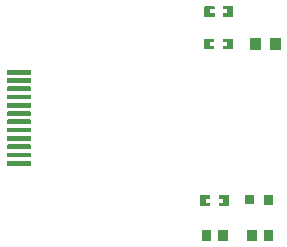
<source format=gbp>
G04 Layer: BottomPasteMaskLayer*
G04 EasyEDA v6.4.25, 2021-11-23T22:35:47+08:00*
G04 b1e9ac58b82e44e2a900f0cbd8408905,45ba98ba689c459a8d72e4540021d05b,10*
G04 Gerber Generator version 0.2*
G04 Scale: 100 percent, Rotated: No, Reflected: No *
G04 Dimensions in millimeters *
G04 leading zeros omitted , absolute positions ,4 integer and 5 decimal *
%FSLAX45Y45*%
%MOMM*%

%ADD10C,0.0001*%

%LPD*%
G36*
X2560218Y987348D02*
G01*
X2555189Y982319D01*
X2555189Y902360D01*
X2560218Y897331D01*
X2640177Y897331D01*
X2645206Y902360D01*
X2645206Y926541D01*
X2608173Y926541D01*
X2608173Y959561D01*
X2645206Y959561D01*
X2645206Y982319D01*
X2640177Y987348D01*
G37*
G36*
X2720187Y987348D02*
G01*
X2715209Y982319D01*
X2715209Y959561D01*
X2753207Y959561D01*
X2753207Y926541D01*
X2715209Y926541D01*
X2715209Y902360D01*
X2720187Y897331D01*
X2799181Y897331D01*
X2804210Y902360D01*
X2804210Y982319D01*
X2799181Y987348D01*
G37*
G36*
X2684119Y-615391D02*
G01*
X2679141Y-620420D01*
X2679141Y-644601D01*
X2716123Y-644601D01*
X2716123Y-677621D01*
X2679141Y-677621D01*
X2679141Y-700379D01*
X2684119Y-705408D01*
X2764129Y-705408D01*
X2769158Y-700379D01*
X2769158Y-620420D01*
X2764129Y-615391D01*
G37*
G36*
X2525115Y-615391D02*
G01*
X2520137Y-620420D01*
X2520137Y-700379D01*
X2525115Y-705408D01*
X2604160Y-705408D01*
X2609138Y-700379D01*
X2609138Y-677621D01*
X2571140Y-677621D01*
X2571140Y-644601D01*
X2609138Y-644601D01*
X2609138Y-620420D01*
X2604160Y-615391D01*
G37*
G36*
X2719222Y710488D02*
G01*
X2714193Y705459D01*
X2714193Y681278D01*
X2751175Y681278D01*
X2751175Y648258D01*
X2714193Y648258D01*
X2714193Y625500D01*
X2719222Y620471D01*
X2799181Y620471D01*
X2804210Y625500D01*
X2804210Y705459D01*
X2799181Y710488D01*
G37*
G36*
X2560218Y710488D02*
G01*
X2555189Y705459D01*
X2555189Y625500D01*
X2560218Y620471D01*
X2639212Y620471D01*
X2644190Y625500D01*
X2644190Y648258D01*
X2606192Y648258D01*
X2606192Y681278D01*
X2644190Y681278D01*
X2644190Y705459D01*
X2639212Y710488D01*
G37*
G36*
X2615130Y-912578D02*
G01*
X2535130Y-912578D01*
X2535130Y-1002581D01*
X2615130Y-1002581D01*
G37*
G36*
X2755130Y-912578D02*
G01*
X2675130Y-912578D01*
X2675130Y-1002581D01*
X2755130Y-1002581D01*
G37*
G36*
X3062559Y-1002040D02*
G01*
X3142559Y-1002040D01*
X3142559Y-912037D01*
X3062559Y-912037D01*
G37*
G36*
X2922559Y-1002040D02*
G01*
X3002559Y-1002040D01*
X3002559Y-912037D01*
X2922559Y-912037D01*
G37*
G36*
X2982655Y-692426D02*
G01*
X2982655Y-612427D01*
X2902656Y-612427D01*
X2902656Y-692426D01*
G37*
G36*
X3142556Y-693127D02*
G01*
X3142556Y-613128D01*
X3062556Y-613128D01*
X3062556Y-693127D01*
G37*
G36*
X3035945Y612935D02*
G01*
X3035945Y712934D01*
X2945952Y712934D01*
X2945952Y612935D01*
G37*
G36*
X3205944Y612935D02*
G01*
X3205944Y712934D01*
X3115952Y712934D01*
X3115952Y612935D01*
G37*
G36*
X896320Y-322760D02*
G01*
X889248Y-325688D01*
X886320Y-332760D01*
X886320Y-352760D01*
X889248Y-359831D01*
X896320Y-362760D01*
X1079520Y-362760D01*
X1086591Y-359831D01*
X1089520Y-352760D01*
X1089520Y-332760D01*
X1086591Y-325688D01*
X1079520Y-322760D01*
G37*
G36*
X896320Y-252760D02*
G01*
X889248Y-255689D01*
X886320Y-262760D01*
X886320Y-282760D01*
X889248Y-289831D01*
X896320Y-292760D01*
X1079520Y-292760D01*
X1086591Y-289831D01*
X1089520Y-282760D01*
X1089520Y-262760D01*
X1086591Y-255689D01*
X1079520Y-252760D01*
G37*
G36*
X896320Y-112760D02*
G01*
X889248Y-115689D01*
X886320Y-122760D01*
X886320Y-142760D01*
X889248Y-149829D01*
X896320Y-152760D01*
X1079520Y-152760D01*
X1086591Y-149829D01*
X1089520Y-142760D01*
X1089520Y-122760D01*
X1086591Y-115689D01*
X1079520Y-112760D01*
G37*
G36*
X896320Y-42760D02*
G01*
X889248Y-45689D01*
X886320Y-52760D01*
X886320Y-72760D01*
X889248Y-79829D01*
X896320Y-82760D01*
X1079520Y-82760D01*
X1086591Y-79829D01*
X1089520Y-72760D01*
X1089520Y-52760D01*
X1086591Y-45689D01*
X1079520Y-42760D01*
G37*
G36*
X896320Y167241D02*
G01*
X889248Y164312D01*
X886320Y157241D01*
X886320Y137241D01*
X889248Y130169D01*
X896320Y127241D01*
X1079520Y127241D01*
X1086591Y130169D01*
X1089520Y137241D01*
X1089520Y157241D01*
X1086591Y164312D01*
X1079520Y167241D01*
G37*
G36*
X896320Y97241D02*
G01*
X889248Y94310D01*
X886320Y87241D01*
X886320Y67238D01*
X889248Y60170D01*
X896320Y57241D01*
X1079520Y57241D01*
X1086591Y60170D01*
X1089520Y67238D01*
X1089520Y87241D01*
X1086591Y94310D01*
X1079520Y97241D01*
G37*
G36*
X896320Y377240D02*
G01*
X889248Y374312D01*
X886320Y367240D01*
X886320Y347240D01*
X889248Y340169D01*
X896320Y337240D01*
X1079520Y337240D01*
X1086591Y340169D01*
X1089520Y347240D01*
X1089520Y367240D01*
X1086591Y374312D01*
X1079520Y377240D01*
G37*
G36*
X896320Y307240D02*
G01*
X889248Y304312D01*
X886320Y297240D01*
X886320Y277240D01*
X889248Y270169D01*
X896320Y267241D01*
X1079520Y267241D01*
X1086591Y270169D01*
X1089520Y277240D01*
X1089520Y297240D01*
X1086591Y304312D01*
X1079520Y307240D01*
G37*
G36*
X896320Y-182760D02*
G01*
X889248Y-185689D01*
X886320Y-192760D01*
X886320Y-212760D01*
X889248Y-219831D01*
X896320Y-222760D01*
X1079520Y-222760D01*
X1086591Y-219831D01*
X1089520Y-212760D01*
X1089520Y-192760D01*
X1086591Y-185689D01*
X1079520Y-182760D01*
G37*
G36*
X896320Y27241D02*
G01*
X889248Y24310D01*
X886320Y17241D01*
X886320Y-2758D01*
X889248Y-9829D01*
X896320Y-12758D01*
X1079520Y-12758D01*
X1086591Y-9829D01*
X1089520Y-2758D01*
X1089520Y17241D01*
X1086591Y24310D01*
X1079520Y27241D01*
G37*
G36*
X896320Y237241D02*
G01*
X889248Y234312D01*
X886320Y227241D01*
X886320Y207241D01*
X889248Y200169D01*
X896320Y197241D01*
X1079520Y197241D01*
X1086591Y200169D01*
X1089520Y207241D01*
X1089520Y227241D01*
X1086591Y234312D01*
X1079520Y237241D01*
G37*
G36*
X896320Y447240D02*
G01*
X889248Y444312D01*
X886320Y437240D01*
X886320Y417240D01*
X889248Y410169D01*
X896320Y407240D01*
X1079520Y407240D01*
X1086591Y410169D01*
X1089520Y417240D01*
X1089520Y437240D01*
X1086591Y444312D01*
X1079520Y447240D01*
G37*
M02*

</source>
